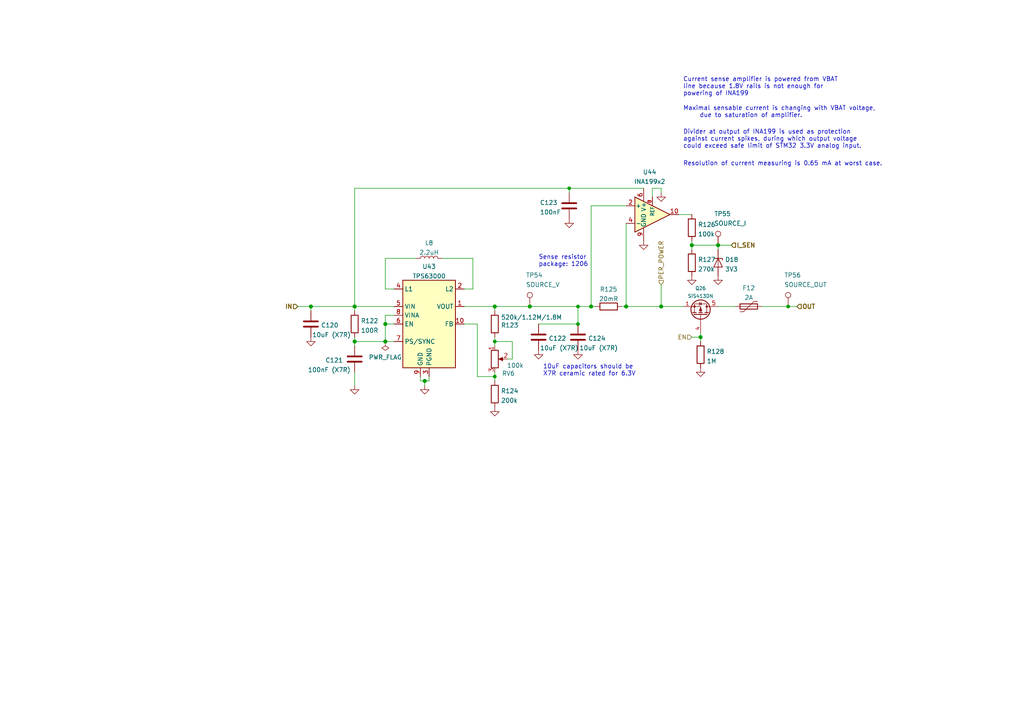
<source format=kicad_sch>
(kicad_sch (version 20210621) (generator eeschema)
  (paper "A4")
  (title_block (title "BUTCube - EPS") (date "2021-06-01") (rev "v1.0") (company "VUT - FIT(STRaDe) & FME(IAE & IPE)") (comment 1 "Author: Petr Malaník"))
  (lib_symbols
    (symbol "Connector:TestPoint" (pin_numbers hide) (pin_names (offset 0.762) hide)
      (property "Reference" "TP" (at 0 6.858 0))
      (property "Value" "TestPoint" (at 0 5.08 0))
      (symbol "TestPoint_0_1"
        (circle (center 0 3.302) (radius 0.762))
      )
      (symbol "TestPoint_1_1"
        (pin passive line (at 0 0 90) (length 2.54) (name "1") (number "1"))
      )
    )
    (symbol "Device:C" (pin_numbers hide) (pin_names (offset 0.254))
      (property "Reference" "C" (at 0.635 2.54 0))
      (property "Value" "C" (at 0.635 -2.54 0))
      (symbol "C_0_1"
        (polyline (pts (xy -2.032 -0.762) (xy 2.032 -0.762)) (stroke (width 0.508)))
        (polyline (pts (xy -2.032 0.762) (xy 2.032 0.762)) (stroke (width 0.508)))
      )
      (symbol "C_1_1"
        (pin passive line (at 0 3.81 270) (length 2.794) (name "~") (number "1"))
        (pin passive line (at 0 -3.81 90) (length 2.794) (name "~") (number "2"))
      )
    )
    (symbol "Device:D_Zener" (pin_numbers hide) (pin_names (offset 1.016) hide)
      (property "Reference" "D" (at 0 2.54 0))
      (property "Value" "D_Zener" (at 0 -2.54 0))
      (symbol "D_Zener_0_1"
        (polyline (pts (xy 1.27 0) (xy -1.27 0)))
        (polyline (pts (xy -1.27 -1.27) (xy -1.27 1.27) (xy -0.762 1.27)) (stroke (width 0.2032)))
        (polyline (pts (xy 1.27 -1.27) (xy 1.27 1.27) (xy -1.27 0) (xy 1.27 -1.27)) (stroke (width 0.2032)))
      )
      (symbol "D_Zener_1_1"
        (pin passive line (at -3.81 0 0) (length 2.54) (name "K") (number "1"))
        (pin passive line (at 3.81 0 180) (length 2.54) (name "A") (number "2"))
      )
    )
    (symbol "Device:L" (pin_numbers hide) (pin_names (offset 1.016) hide)
      (property "Reference" "L" (at -1.27 0 90))
      (property "Value" "L" (at 1.905 0 90))
      (symbol "L_0_1"
        (arc (start 0 -2.54) (end 0 -1.27) (radius (at 0 -1.905) (length 0.635) (angles -89.9 89.9)))
        (arc (start 0 -1.27) (end 0 0) (radius (at 0 -0.635) (length 0.635) (angles -89.9 89.9)))
        (arc (start 0 0) (end 0 1.27) (radius (at 0 0.635) (length 0.635) (angles -89.9 89.9)))
        (arc (start 0 1.27) (end 0 2.54) (radius (at 0 1.905) (length 0.635) (angles -89.9 89.9)))
      )
      (symbol "L_1_1"
        (pin passive line (at 0 3.81 270) (length 1.27) (name "1") (number "1"))
        (pin passive line (at 0 -3.81 90) (length 1.27) (name "2") (number "2"))
      )
    )
    (symbol "Device:Polyfuse" (pin_numbers hide) (pin_names (offset 0))
      (property "Reference" "F" (at -2.54 0 90))
      (property "Value" "Polyfuse" (at 2.54 0 90))
      (symbol "Polyfuse_0_1"
        (rectangle (start -0.762 2.54) (end 0.762 -2.54) (stroke (width 0.254)))
        (polyline (pts (xy 0 2.54) (xy 0 -2.54)))
        (polyline (pts (xy -1.524 2.54) (xy -1.524 1.524) (xy 1.524 -1.524) (xy 1.524 -2.54)))
      )
      (symbol "Polyfuse_1_1"
        (pin passive line (at 0 3.81 270) (length 1.27) (name "~") (number "1"))
        (pin passive line (at 0 -3.81 90) (length 1.27) (name "~") (number "2"))
      )
    )
    (symbol "Device:R" (pin_numbers hide) (pin_names (offset 0))
      (property "Reference" "R" (at 2.032 0 90))
      (property "Value" "R" (at 0 0 90))
      (symbol "R_0_1"
        (rectangle (start -1.016 -2.54) (end 1.016 2.54) (stroke (width 0.254)))
      )
      (symbol "R_1_1"
        (pin passive line (at 0 3.81 270) (length 1.27) (name "~") (number "1"))
        (pin passive line (at 0 -3.81 90) (length 1.27) (name "~") (number "2"))
      )
    )
    (symbol "Device:R_POT" (pin_names (offset 1.016) hide)
      (property "Reference" "RV" (at -4.445 0 90))
      (property "Value" "R_POT" (at -2.54 0 90))
      (symbol "R_POT_0_1"
        (rectangle (start 1.016 2.54) (end -1.016 -2.54) (stroke (width 0.254)))
        (polyline (pts (xy 2.54 0) (xy 1.524 0)))
        (polyline (pts (xy 1.143 0) (xy 2.286 0.508) (xy 2.286 -0.508) (xy 1.143 0)) (fill (type outline)))
      )
      (symbol "R_POT_1_1"
        (pin passive line (at 0 3.81 270) (length 1.27) (name "1") (number "1"))
        (pin passive line (at 3.81 0 180) (length 1.27) (name "2") (number "2"))
        (pin passive line (at 0 -3.81 90) (length 1.27) (name "3") (number "3"))
      )
    )
    (symbol "Regulator_Switching:TPS63000"
      (property "Reference" "U" (at -7.62 13.97 0))
      (property "Value" "TPS63000" (at 5.08 13.97 0))
      (symbol "TPS63000_0_1"
        (rectangle (start -7.62 12.7) (end 7.62 -12.7) (stroke (width 0.254)) (fill (type background)))
      )
      (symbol "TPS63000_1_1"
        (pin power_out line (at 10.16 5.08 180) (length 2.54) (name "VOUT") (number "1"))
        (pin input line (at 10.16 0 180) (length 2.54) (name "FB") (number "10"))
        (pin passive line (at 0 -15.24 90) (length 2.54) hide (name "PGND") (number "11"))
        (pin input line (at 10.16 10.16 180) (length 2.54) (name "L2") (number "2"))
        (pin power_in line (at 0 -15.24 90) (length 2.54) (name "PGND") (number "3"))
        (pin input line (at -10.16 10.16 0) (length 2.54) (name "L1") (number "4"))
        (pin power_in line (at -10.16 5.08 0) (length 2.54) (name "VIN") (number "5"))
        (pin input line (at -10.16 0 0) (length 2.54) (name "EN") (number "6"))
        (pin input line (at -10.16 -5.08 0) (length 2.54) (name "PS/SYNC") (number "7"))
        (pin power_in line (at -10.16 2.54 0) (length 2.54) (name "VINA") (number "8"))
        (pin power_in line (at -2.54 -15.24 90) (length 2.54) (name "GND") (number "9"))
      )
    )
    (symbol "TCY_power_management:INA199" (pin_names (offset 0.127))
      (property "Reference" "U" (at 3.81 3.81 0))
      (property "Value" "INA199" (at 3.81 -3.81 0))
      (symbol "INA199_0_1"
        (polyline (pts (xy 5.08 0) (xy -5.08 5.08) (xy -5.08 -5.08) (xy 5.08 0)) (stroke (width 0.254)) (fill (type background)))
      )
      (symbol "INA199_1_1"
        (pin output line (at 7.62 0 180) (length 2.54) (name "~") (number "10"))
        (pin input line (at -7.62 2.54 0) (length 2.54) (name "+") (number "2"))
        (pin input line (at -7.62 2.54 0) (length 2.54) hide (name "+") (number "3"))
        (pin input line (at -7.62 -2.54 0) (length 2.54) (name "-") (number "4"))
        (pin input line (at -7.62 -2.54 0) (length 2.54) hide (name "-") (number "5"))
        (pin power_in line (at -2.54 7.62 270) (length 3.81) (name "V+") (number "6"))
        (pin input line (at 0 5.08 270) (length 2.54) (name "REF") (number "8"))
        (pin power_in line (at -2.54 -7.62 90) (length 3.81) (name "GND") (number "9"))
      )
    )
    (symbol "TCY_transistors:SiS413DN" (pin_names hide)
      (property "Reference" "Q" (at 8.89 2.54 0))
      (property "Value" "SiS413DN" (at 8.89 0 0))
      (symbol "SiS413DN_0_1"
        (circle (center -0.889 0) (radius 2.794) (stroke (width 0.254)))
        (circle (center 0 -1.778) (radius 0.254) (fill (type outline)))
        (circle (center 0 1.778) (radius 0.254) (fill (type outline)))
        (polyline (pts (xy -2.286 0) (xy -5.08 0)))
        (polyline (pts (xy -2.286 1.905) (xy -2.286 -1.905)) (stroke (width 0.254)))
        (polyline (pts (xy -1.778 -1.27) (xy -1.778 -2.286)) (stroke (width 0.254)))
        (polyline (pts (xy -1.778 0.508) (xy -1.778 -0.508)) (stroke (width 0.254)))
        (polyline (pts (xy -1.778 2.286) (xy -1.778 1.27)) (stroke (width 0.254)))
        (polyline (pts (xy 0 2.54) (xy 0 1.778)))
        (polyline (pts (xy 0 -2.54) (xy 0 0) (xy -1.778 0)))
        (polyline (pts (xy -1.778 1.778) (xy 0.762 1.778) (xy 0.762 -1.778) (xy -1.778 -1.778)))
        (polyline (pts (xy 0.254 -0.508) (xy 0.381 -0.381) (xy 1.143 -0.381) (xy 1.27 -0.254)))
        (polyline (pts (xy 0.762 -0.381) (xy 0.381 0.254) (xy 1.143 0.254) (xy 0.762 -0.381)))
        (polyline (pts (xy -0.254 0) (xy -1.27 0.381) (xy -1.27 -0.381) (xy -0.254 0)) (fill (type outline)))
      )
      (symbol "SiS413DN_1_1"
        (pin passive line (at 0 -5.08 90) (length 2.54) (name "S") (number "1"))
        (pin passive line (at 0 -5.08 90) (length 2.54) hide (name "S") (number "2"))
        (pin passive line (at 0 -5.08 90) (length 2.54) hide (name "S") (number "3"))
        (pin passive line (at -7.62 0 0) (length 2.54) (name "G") (number "4"))
        (pin passive line (at 0 5.08 270) (length 2.54) (name "D") (number "5"))
      )
    )
    (symbol "power:GND" (power) (pin_names (offset 0))
      (property "Value" "GND" (at 0 -3.81 0))
      (symbol "GND_0_1"
        (polyline (pts (xy 0 0) (xy 0 -1.27) (xy 1.27 -1.27) (xy 0 -2.54) (xy -1.27 -1.27) (xy 0 -1.27)))
      )
      (symbol "GND_1_1"
        (pin power_in line (at 0 0 270) (length 0) hide (name "GND") (number "1"))
      )
    )
    (symbol "power:PWR_FLAG" (power) (pin_numbers hide) (pin_names (offset 0) hide)
      (property "Value" "PWR_FLAG" (at 0 3.81 0))
      (symbol "PWR_FLAG_0_0"
        (pin power_out line (at 0 0 90) (length 0) (name "pwr") (number "1"))
      )
      (symbol "PWR_FLAG_0_1"
        (polyline (pts (xy 0 0) (xy 0 1.27) (xy -1.016 1.905) (xy 0 2.54) (xy 1.016 1.905) (xy 0 1.27)))
      )
    )
  )
  (junction (at 90.17 88.9) (diameter 1.016))
  (junction (at 102.87 88.9) (diameter 1.016))
  (junction (at 102.87 99.06) (diameter 1.016))
  (junction (at 111.76 93.98) (diameter 1.016))
  (junction (at 111.76 99.06) (diameter 1.016))
  (junction (at 123.19 110.49) (diameter 1.016))
  (junction (at 143.51 88.9) (diameter 1.016))
  (junction (at 143.51 99.06) (diameter 0.9144))
  (junction (at 143.51 109.22) (diameter 0.9144))
  (junction (at 153.67 88.9) (diameter 1.016))
  (junction (at 165.1 54.61) (diameter 0.9144))
  (junction (at 167.64 88.9) (diameter 0.9144))
  (junction (at 167.64 93.98) (diameter 0.9144))
  (junction (at 171.45 88.9) (diameter 1.016))
  (junction (at 181.61 88.9) (diameter 1.016))
  (junction (at 191.77 88.9) (diameter 1.016))
  (junction (at 200.66 71.12) (diameter 1.016))
  (junction (at 203.2 97.79) (diameter 1.016))
  (junction (at 208.28 71.12) (diameter 1.016))
  (junction (at 228.6 88.9) (diameter 0.9144))
  (wire (pts (xy 86.36 88.9) (xy 90.17 88.9)))
  (wire (pts (xy 90.17 88.9) (xy 90.17 90.17)))
  (wire (pts (xy 90.17 88.9) (xy 102.87 88.9)))
  (wire (pts (xy 102.87 54.61) (xy 102.87 88.9)))
  (wire (pts (xy 102.87 88.9) (xy 102.87 90.17)))
  (wire (pts (xy 102.87 88.9) (xy 114.3 88.9)))
  (wire (pts (xy 102.87 97.79) (xy 102.87 99.06)))
  (wire (pts (xy 102.87 99.06) (xy 102.87 100.33)))
  (wire (pts (xy 102.87 99.06) (xy 111.76 99.06)))
  (wire (pts (xy 102.87 107.95) (xy 102.87 111.76)))
  (wire (pts (xy 111.76 74.93) (xy 120.65 74.93)))
  (wire (pts (xy 111.76 83.82) (xy 111.76 74.93)))
  (wire (pts (xy 111.76 91.44) (xy 111.76 93.98)))
  (wire (pts (xy 111.76 91.44) (xy 114.3 91.44)))
  (wire (pts (xy 111.76 93.98) (xy 111.76 99.06)))
  (wire (pts (xy 111.76 93.98) (xy 114.3 93.98)))
  (wire (pts (xy 114.3 83.82) (xy 111.76 83.82)))
  (wire (pts (xy 114.3 99.06) (xy 111.76 99.06)))
  (wire (pts (xy 121.92 109.22) (xy 121.92 110.49)))
  (wire (pts (xy 121.92 110.49) (xy 123.19 110.49)))
  (wire (pts (xy 123.19 110.49) (xy 123.19 111.76)))
  (wire (pts (xy 123.19 110.49) (xy 124.46 110.49)))
  (wire (pts (xy 124.46 110.49) (xy 124.46 109.22)))
  (wire (pts (xy 128.27 74.93) (xy 137.16 74.93)))
  (wire (pts (xy 134.62 88.9) (xy 143.51 88.9)))
  (wire (pts (xy 137.16 74.93) (xy 137.16 83.82)))
  (wire (pts (xy 137.16 83.82) (xy 134.62 83.82)))
  (wire (pts (xy 138.43 93.98) (xy 134.62 93.98)))
  (wire (pts (xy 138.43 93.98) (xy 138.43 109.22)))
  (wire (pts (xy 138.43 109.22) (xy 143.51 109.22)))
  (wire (pts (xy 143.51 88.9) (xy 143.51 90.17)))
  (wire (pts (xy 143.51 88.9) (xy 153.67 88.9)))
  (wire (pts (xy 143.51 97.79) (xy 143.51 99.06)))
  (wire (pts (xy 143.51 99.06) (xy 143.51 100.33)))
  (wire (pts (xy 143.51 107.95) (xy 143.51 109.22)))
  (wire (pts (xy 143.51 109.22) (xy 143.51 110.49)))
  (wire (pts (xy 147.32 104.14) (xy 148.59 104.14)))
  (wire (pts (xy 148.59 99.06) (xy 143.51 99.06)))
  (wire (pts (xy 148.59 104.14) (xy 148.59 99.06)))
  (wire (pts (xy 153.67 88.9) (xy 167.64 88.9)))
  (wire (pts (xy 156.21 93.98) (xy 167.64 93.98)))
  (wire (pts (xy 165.1 54.61) (xy 102.87 54.61)))
  (wire (pts (xy 165.1 54.61) (xy 165.1 55.88)))
  (wire (pts (xy 165.1 54.61) (xy 186.69 54.61)))
  (wire (pts (xy 167.64 88.9) (xy 171.45 88.9)))
  (wire (pts (xy 167.64 93.98) (xy 167.64 88.9)))
  (wire (pts (xy 171.45 59.69) (xy 171.45 88.9)))
  (wire (pts (xy 171.45 59.69) (xy 181.61 59.69)))
  (wire (pts (xy 171.45 88.9) (xy 172.72 88.9)))
  (wire (pts (xy 180.34 88.9) (xy 181.61 88.9)))
  (wire (pts (xy 181.61 64.77) (xy 181.61 88.9)))
  (wire (pts (xy 181.61 88.9) (xy 191.77 88.9)))
  (wire (pts (xy 189.23 54.61) (xy 189.23 57.15)))
  (wire (pts (xy 191.77 54.61) (xy 189.23 54.61)))
  (wire (pts (xy 191.77 55.88) (xy 191.77 54.61)))
  (wire (pts (xy 191.77 82.55) (xy 191.77 88.9)))
  (wire (pts (xy 191.77 88.9) (xy 198.12 88.9)))
  (wire (pts (xy 196.85 62.23) (xy 200.66 62.23)))
  (wire (pts (xy 200.66 69.85) (xy 200.66 71.12)))
  (wire (pts (xy 200.66 71.12) (xy 200.66 72.39)))
  (wire (pts (xy 200.66 97.79) (xy 203.2 97.79)))
  (wire (pts (xy 203.2 97.79) (xy 203.2 96.52)))
  (wire (pts (xy 203.2 97.79) (xy 203.2 99.06)))
  (wire (pts (xy 208.28 71.12) (xy 200.66 71.12)))
  (wire (pts (xy 208.28 71.12) (xy 212.09 71.12)))
  (wire (pts (xy 208.28 72.39) (xy 208.28 71.12)))
  (wire (pts (xy 208.28 88.9) (xy 213.36 88.9)))
  (wire (pts (xy 220.98 88.9) (xy 228.6 88.9)))
  (wire (pts (xy 228.6 88.9) (xy 231.14 88.9)))
  (text "Sense resistor \npackage: 1206" (at 156.21 77.47 0) (effects (font (size 1.27 1.27)) (justify left bottom)))
  (text "10uF capacitors should be\nX7R ceramic rated for 6.3V" (at 157.48 109.22 0) (effects (font (size 1.27 1.27)) (justify left bottom)))
  (text "Current sense amplifier is powered from VBAT\nline because 1.8V rails is not enough for\npowering of INA199" (at 198.12 27.94 0) (effects (font (size 1.27 1.27)) (justify left bottom)))
  (text "Maximal sensable current is changing with VBAT voltage,\n	due to saturation of amplifier.\n" (at 198.12 34.29 0) (effects (font (size 1.27 1.27)) (justify left bottom)))
  (text "Divider at output of INA199 is used as protection\nagainst current spikes, during which output voltage\ncould exceed safe limit of STM32 3.3V analog input.\n" (at 198.12 43.18 0) (effects (font (size 1.27 1.27)) (justify left bottom)))
  (text "Resolution of current measuring is 0.65 mA at worst case." (at 198.12 48.26 0) (effects (font (size 1.27 1.27)) (justify left bottom)))
  (hierarchical_label "IN" (shape input) (at 86.36 88.9 180) (effects (font (thickness 0.254))))
  (hierarchical_label "PER_POWER" (shape input) (at 191.77 82.55 90))
  (hierarchical_label "EN" (shape input) (at 200.66 97.79 180))
  (hierarchical_label "I_SEN" (shape input) (at 212.09 71.12 0) (effects (font (thickness 0.254))))
  (hierarchical_label "OUT" (shape input) (at 231.14 88.9 0) (effects (font (thickness 0.254))))
  (symbol (lib_id "power:PWR_FLAG") (at 111.76 99.06 180)
    (property "Reference" "#FLG030" (effects hide))
    (property "Value" "PWR_FLAG" (at 111.76 103.6226 0))
  )
  (symbol (lib_id "Connector:TestPoint") (at 153.67 88.9 0)
    (property "Reference" "TP54" (at 152.5271 79.8 0) (effects (justify left)))
    (property "Value" "SOURCE_V" (at 152.5271 82.5751 0) (effects (justify left)))
    (property "Footprint" "TCY_connectors:TestPoint_Pad_D0.5mm" (effects hide))
  )
  (symbol (lib_id "Connector:TestPoint") (at 208.28 71.12 0)
    (property "Reference" "TP55" (at 207.1371 62.02 0) (effects (justify left)))
    (property "Value" "SOURCE_I" (at 207.1371 64.7951 0) (effects (justify left)))
    (property "Footprint" "TCY_connectors:TestPoint_Pad_D0.5mm" (effects hide))
  )
  (symbol (lib_id "Connector:TestPoint") (at 228.6 88.9 0)
    (property "Reference" "TP56" (at 227.4571 79.8 0) (effects (justify left)))
    (property "Value" "SOURCE_OUT" (at 227.4571 82.5751 0) (effects (justify left)))
    (property "Footprint" "TCY_connectors:TestPoint_Pad_D0.5mm" (effects hide))
  )
  (symbol (lib_id "power:GND") (at 90.17 97.79 0)
    (property "Reference" "#PWR0255" (effects hide))
    (property "Value" "GND" (effects hide))
  )
  (symbol (lib_id "power:GND") (at 102.87 111.76 0)
    (property "Reference" "#PWR0256" (effects hide))
    (property "Value" "GND" (effects hide))
  )
  (symbol (lib_id "power:GND") (at 123.19 111.76 0)
    (property "Reference" "#PWR0257" (effects hide))
    (property "Value" "GND" (effects hide))
  )
  (symbol (lib_id "power:GND") (at 143.51 118.11 0)
    (property "Reference" "#PWR0258" (effects hide))
    (property "Value" "GND" (effects hide))
  )
  (symbol (lib_id "power:GND") (at 156.21 101.6 0)
    (property "Reference" "#PWR0259" (effects hide))
    (property "Value" "GND" (effects hide))
  )
  (symbol (lib_id "power:GND") (at 165.1 63.5 0)
    (property "Reference" "#PWR0260" (effects hide))
    (property "Value" "GND" (effects hide))
  )
  (symbol (lib_id "power:GND") (at 167.64 101.6 0)
    (property "Reference" "#PWR0261" (effects hide))
    (property "Value" "GND" (effects hide))
  )
  (symbol (lib_id "power:GND") (at 186.69 69.85 0)
    (property "Reference" "#PWR0262" (effects hide))
    (property "Value" "GND" (effects hide))
  )
  (symbol (lib_id "power:GND") (at 191.77 55.88 0)
    (property "Reference" "#PWR0263" (effects hide))
    (property "Value" "GND" (effects hide))
  )
  (symbol (lib_id "power:GND") (at 200.66 80.01 0)
    (property "Reference" "#PWR0264" (effects hide))
    (property "Value" "GND" (effects hide))
  )
  (symbol (lib_id "power:GND") (at 203.2 106.68 0)
    (property "Reference" "#PWR0265" (effects hide))
    (property "Value" "GND" (effects hide))
  )
  (symbol (lib_id "power:GND") (at 208.28 80.01 0)
    (property "Reference" "#PWR0266" (effects hide))
    (property "Value" "GND" (effects hide))
  )
  (symbol (lib_id "Device:L") (at 124.46 74.93 90)
    (property "Reference" "L8" (at 124.46 70.4554 90))
    (property "Value" "2.2uH" (at 124.46 73.2305 90))
    (property "Footprint" "Inductor_SMD:L_Taiyo-Yuden_MD-5050" (effects hide))
  )
  (symbol (lib_id "Device:R") (at 102.87 93.98 0)
    (property "Reference" "R122" (at 104.6481 93.0715 0) (effects (justify left)))
    (property "Value" "100R" (at 104.6481 95.8466 0) (effects (justify left)))
    (property "Footprint" "Resistor_SMD:R_0603_1608Metric" (effects hide))
  )
  (symbol (lib_id "Device:R") (at 143.51 93.98 0)
    (property "Reference" "R123" (at 145.2881 94.3415 0) (effects (justify left)))
    (property "Value" "520k/1.12M/1.8M" (at 145.2881 92.0366 0) (effects (justify left)))
    (property "Footprint" "Resistor_SMD:R_0603_1608Metric" (effects hide))
  )
  (symbol (lib_id "Device:R") (at 143.51 114.3 0)
    (property "Reference" "R124" (at 145.2881 113.3915 0) (effects (justify left)))
    (property "Value" "200k" (at 145.2881 116.1666 0) (effects (justify left)))
    (property "Footprint" "Resistor_SMD:R_0603_1608Metric" (effects hide))
  )
  (symbol (lib_id "Device:R") (at 176.53 88.9 90)
    (property "Reference" "R125" (at 176.53 83.9174 90))
    (property "Value" "20mR" (at 176.53 86.6925 90))
    (property "Footprint" "Resistor_SMD:R_2010_5025Metric" (effects hide))
  )
  (symbol (lib_id "Device:R") (at 200.66 66.04 180)
    (property "Reference" "R126" (at 202.4381 65.1315 0) (effects (justify right)))
    (property "Value" "100k" (at 202.4381 67.9066 0) (effects (justify right)))
    (property "Footprint" "Resistor_SMD:R_0603_1608Metric" (effects hide))
  )
  (symbol (lib_id "Device:R") (at 200.66 76.2 180)
    (property "Reference" "R127" (at 202.4381 75.2915 0) (effects (justify right)))
    (property "Value" "270k" (at 202.4381 78.0666 0) (effects (justify right)))
    (property "Footprint" "Resistor_SMD:R_0603_1608Metric" (effects hide))
  )
  (symbol (lib_id "Device:R") (at 203.2 102.87 0)
    (property "Reference" "R128" (at 204.9781 101.9615 0) (effects (justify left)))
    (property "Value" "1M" (at 204.9781 104.7366 0) (effects (justify left)))
    (property "Footprint" "Resistor_SMD:R_0603_1608Metric" (effects hide))
  )
  (symbol (lib_id "Device:D_Zener") (at 208.28 76.2 270)
    (property "Reference" "D18" (at 210.2867 75.2915 90) (effects (justify left)))
    (property "Value" "3V3" (at 210.2867 78.0666 90) (effects (justify left)))
    (property "Footprint" "Diode_SMD:D_SOD-323F" (effects hide))
  )
  (symbol (lib_id "Device:Polyfuse") (at 217.17 88.9 90)
    (property "Reference" "F12" (at 217.17 83.5364 90))
    (property "Value" "2A" (at 217.17 86.3115 90))
    (property "Footprint" "Fuse:Fuse_1206_3216Metric" (effects hide))
  )
  (symbol (lib_id "Device:C") (at 90.17 93.98 0)
    (property "Reference" "C120" (at 93.0911 94.3415 0) (effects (justify left)))
    (property "Value" "10uF (X7R)" (at 90.5511 97.1166 0) (effects (justify left)))
    (property "Footprint" "Capacitor_SMD:C_0603_1608Metric" (effects hide))
  )
  (symbol (lib_id "Device:C") (at 102.87 104.14 0)
    (property "Reference" "C121" (at 94.3611 104.5015 0) (effects (justify left)))
    (property "Value" "100nF (X7R)" (at 89.2811 107.2766 0) (effects (justify left)))
    (property "Footprint" "Capacitor_SMD:C_0603_1608Metric" (effects hide))
  )
  (symbol (lib_id "Device:C") (at 156.21 97.79 0)
    (property "Reference" "C122" (at 159.1311 98.1515 0) (effects (justify left)))
    (property "Value" "10uF (X7R)" (at 156.5911 100.9266 0) (effects (justify left)))
    (property "Footprint" "Capacitor_SMD:C_0603_1608Metric" (effects hide))
  )
  (symbol (lib_id "Device:C") (at 165.1 59.69 0)
    (property "Reference" "C123" (at 156.5911 58.7815 0) (effects (justify left)))
    (property "Value" "100nF" (at 156.5911 61.5566 0) (effects (justify left)))
    (property "Footprint" "Capacitor_SMD:C_0603_1608Metric" (effects hide))
  )
  (symbol (lib_id "Device:C") (at 167.64 97.79 0)
    (property "Reference" "C124" (at 170.5611 98.1515 0) (effects (justify left)))
    (property "Value" "10uF (X7R)" (at 168.0211 100.9266 0) (effects (justify left)))
    (property "Footprint" "Capacitor_SMD:C_0603_1608Metric" (effects hide))
  )
  (symbol (lib_id "Device:R_POT") (at 143.51 104.14 0)
    (property "Reference" "RV6" (at 149.352 108.3115 0) (effects (justify right)))
    (property "Value" "100k" (at 151.892 106.0066 0) (effects (justify right)))
    (property "Footprint" "TCY_passives:RV_3x3.6" (effects hide))
  )
  (symbol (lib_id "TCY_transistors:SiS413DN") (at 203.2 88.9 270) (mirror x)
    (property "Reference" "Q26" (at 203.2 83.6288 90) (effects (font (size 1 1))))
    (property "Value" "SiS413DN" (at 203.2 85.8678 90) (effects (font (size 1 1))))
    (property "Footprint" "Package_SO:Vishay_PowerPAK_1212-8_Single" (effects hide))
    (property "Datasheet" "https://www.vishay.com/docs/63262/sis413dn.pdf" (effects hide))
  )
  (symbol (lib_id "TCY_power_management:INA199") (at 189.23 62.23 0)
    (property "Reference" "U44" (at 186.4361 49.8915 0) (effects (justify left)))
    (property "Value" "INA199x2" (at 183.8961 52.6666 0) (effects (justify left)))
    (property "Footprint" "Package_DFN_QFN:UQFN-10_1.4x1.8mm_P0.4mm" (effects hide))
    (property "Datasheet" "https://www.ti.com/lit/ds/symlink/ina199.pdf" (effects hide))
  )
  (symbol (lib_id "Regulator_Switching:TPS63000") (at 124.46 93.98 0)
    (property "Reference" "U43" (at 124.46 77.3134 0))
    (property "Value" "TPS63000" (at 124.46 80.0885 0))
    (property "Footprint" "Package_SON:Texas_DRC0010J_ThermalVias" (effects hide))
    (property "Datasheet" "http://www.ti.com/lit/ds/symlink/tps63000.pdf" (effects hide))
  )
)
</source>
